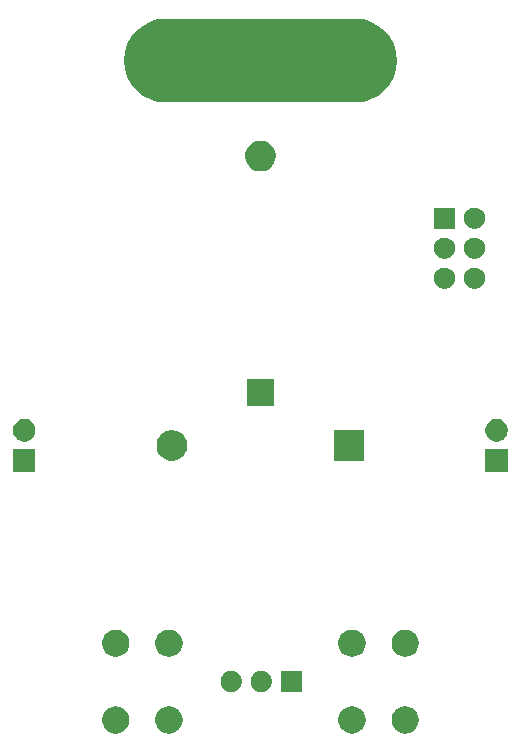
<source format=gbr>
G04 #@! TF.GenerationSoftware,KiCad,Pcbnew,(5.1.6)-1*
G04 #@! TF.CreationDate,2020-10-13T14:36:49-04:00*
G04 #@! TF.ProjectId,Ornament,4f726e61-6d65-46e7-942e-6b696361645f,rev?*
G04 #@! TF.SameCoordinates,Original*
G04 #@! TF.FileFunction,Soldermask,Bot*
G04 #@! TF.FilePolarity,Negative*
%FSLAX46Y46*%
G04 Gerber Fmt 4.6, Leading zero omitted, Abs format (unit mm)*
G04 Created by KiCad (PCBNEW (5.1.6)-1) date 2020-10-13 14:36:49*
%MOMM*%
%LPD*%
G01*
G04 APERTURE LIST*
%ADD10C,0.100000*%
G04 APERTURE END LIST*
D10*
G36*
X92474549Y-122121116D02*
G01*
X92585734Y-122143232D01*
X92795203Y-122229997D01*
X92983720Y-122355960D01*
X93144040Y-122516280D01*
X93270003Y-122704797D01*
X93356768Y-122914266D01*
X93401000Y-123136636D01*
X93401000Y-123363364D01*
X93356768Y-123585734D01*
X93270003Y-123795203D01*
X93144040Y-123983720D01*
X92983720Y-124144040D01*
X92795203Y-124270003D01*
X92585734Y-124356768D01*
X92474549Y-124378884D01*
X92363365Y-124401000D01*
X92136635Y-124401000D01*
X92025451Y-124378884D01*
X91914266Y-124356768D01*
X91704797Y-124270003D01*
X91516280Y-124144040D01*
X91355960Y-123983720D01*
X91229997Y-123795203D01*
X91143232Y-123585734D01*
X91099000Y-123363364D01*
X91099000Y-123136636D01*
X91143232Y-122914266D01*
X91229997Y-122704797D01*
X91355960Y-122516280D01*
X91516280Y-122355960D01*
X91704797Y-122229997D01*
X91914266Y-122143232D01*
X92025451Y-122121116D01*
X92136635Y-122099000D01*
X92363365Y-122099000D01*
X92474549Y-122121116D01*
G37*
G36*
X87974549Y-122121116D02*
G01*
X88085734Y-122143232D01*
X88295203Y-122229997D01*
X88483720Y-122355960D01*
X88644040Y-122516280D01*
X88770003Y-122704797D01*
X88856768Y-122914266D01*
X88901000Y-123136636D01*
X88901000Y-123363364D01*
X88856768Y-123585734D01*
X88770003Y-123795203D01*
X88644040Y-123983720D01*
X88483720Y-124144040D01*
X88295203Y-124270003D01*
X88085734Y-124356768D01*
X87974549Y-124378884D01*
X87863365Y-124401000D01*
X87636635Y-124401000D01*
X87525451Y-124378884D01*
X87414266Y-124356768D01*
X87204797Y-124270003D01*
X87016280Y-124144040D01*
X86855960Y-123983720D01*
X86729997Y-123795203D01*
X86643232Y-123585734D01*
X86599000Y-123363364D01*
X86599000Y-123136636D01*
X86643232Y-122914266D01*
X86729997Y-122704797D01*
X86855960Y-122516280D01*
X87016280Y-122355960D01*
X87204797Y-122229997D01*
X87414266Y-122143232D01*
X87525451Y-122121116D01*
X87636635Y-122099000D01*
X87863365Y-122099000D01*
X87974549Y-122121116D01*
G37*
G36*
X112474549Y-122121116D02*
G01*
X112585734Y-122143232D01*
X112795203Y-122229997D01*
X112983720Y-122355960D01*
X113144040Y-122516280D01*
X113270003Y-122704797D01*
X113356768Y-122914266D01*
X113401000Y-123136636D01*
X113401000Y-123363364D01*
X113356768Y-123585734D01*
X113270003Y-123795203D01*
X113144040Y-123983720D01*
X112983720Y-124144040D01*
X112795203Y-124270003D01*
X112585734Y-124356768D01*
X112474549Y-124378884D01*
X112363365Y-124401000D01*
X112136635Y-124401000D01*
X112025451Y-124378884D01*
X111914266Y-124356768D01*
X111704797Y-124270003D01*
X111516280Y-124144040D01*
X111355960Y-123983720D01*
X111229997Y-123795203D01*
X111143232Y-123585734D01*
X111099000Y-123363364D01*
X111099000Y-123136636D01*
X111143232Y-122914266D01*
X111229997Y-122704797D01*
X111355960Y-122516280D01*
X111516280Y-122355960D01*
X111704797Y-122229997D01*
X111914266Y-122143232D01*
X112025451Y-122121116D01*
X112136635Y-122099000D01*
X112363365Y-122099000D01*
X112474549Y-122121116D01*
G37*
G36*
X107974549Y-122121116D02*
G01*
X108085734Y-122143232D01*
X108295203Y-122229997D01*
X108483720Y-122355960D01*
X108644040Y-122516280D01*
X108770003Y-122704797D01*
X108856768Y-122914266D01*
X108901000Y-123136636D01*
X108901000Y-123363364D01*
X108856768Y-123585734D01*
X108770003Y-123795203D01*
X108644040Y-123983720D01*
X108483720Y-124144040D01*
X108295203Y-124270003D01*
X108085734Y-124356768D01*
X107974549Y-124378884D01*
X107863365Y-124401000D01*
X107636635Y-124401000D01*
X107525451Y-124378884D01*
X107414266Y-124356768D01*
X107204797Y-124270003D01*
X107016280Y-124144040D01*
X106855960Y-123983720D01*
X106729997Y-123795203D01*
X106643232Y-123585734D01*
X106599000Y-123363364D01*
X106599000Y-123136636D01*
X106643232Y-122914266D01*
X106729997Y-122704797D01*
X106855960Y-122516280D01*
X107016280Y-122355960D01*
X107204797Y-122229997D01*
X107414266Y-122143232D01*
X107525451Y-122121116D01*
X107636635Y-122099000D01*
X107863365Y-122099000D01*
X107974549Y-122121116D01*
G37*
G36*
X97633512Y-119103927D02*
G01*
X97782812Y-119133624D01*
X97946784Y-119201544D01*
X98094354Y-119300147D01*
X98219853Y-119425646D01*
X98318456Y-119573216D01*
X98386376Y-119737188D01*
X98421000Y-119911259D01*
X98421000Y-120088741D01*
X98386376Y-120262812D01*
X98318456Y-120426784D01*
X98219853Y-120574354D01*
X98094354Y-120699853D01*
X97946784Y-120798456D01*
X97782812Y-120866376D01*
X97633512Y-120896073D01*
X97608742Y-120901000D01*
X97431258Y-120901000D01*
X97406488Y-120896073D01*
X97257188Y-120866376D01*
X97093216Y-120798456D01*
X96945646Y-120699853D01*
X96820147Y-120574354D01*
X96721544Y-120426784D01*
X96653624Y-120262812D01*
X96619000Y-120088741D01*
X96619000Y-119911259D01*
X96653624Y-119737188D01*
X96721544Y-119573216D01*
X96820147Y-119425646D01*
X96945646Y-119300147D01*
X97093216Y-119201544D01*
X97257188Y-119133624D01*
X97406488Y-119103927D01*
X97431258Y-119099000D01*
X97608742Y-119099000D01*
X97633512Y-119103927D01*
G37*
G36*
X100173512Y-119103927D02*
G01*
X100322812Y-119133624D01*
X100486784Y-119201544D01*
X100634354Y-119300147D01*
X100759853Y-119425646D01*
X100858456Y-119573216D01*
X100926376Y-119737188D01*
X100961000Y-119911259D01*
X100961000Y-120088741D01*
X100926376Y-120262812D01*
X100858456Y-120426784D01*
X100759853Y-120574354D01*
X100634354Y-120699853D01*
X100486784Y-120798456D01*
X100322812Y-120866376D01*
X100173512Y-120896073D01*
X100148742Y-120901000D01*
X99971258Y-120901000D01*
X99946488Y-120896073D01*
X99797188Y-120866376D01*
X99633216Y-120798456D01*
X99485646Y-120699853D01*
X99360147Y-120574354D01*
X99261544Y-120426784D01*
X99193624Y-120262812D01*
X99159000Y-120088741D01*
X99159000Y-119911259D01*
X99193624Y-119737188D01*
X99261544Y-119573216D01*
X99360147Y-119425646D01*
X99485646Y-119300147D01*
X99633216Y-119201544D01*
X99797188Y-119133624D01*
X99946488Y-119103927D01*
X99971258Y-119099000D01*
X100148742Y-119099000D01*
X100173512Y-119103927D01*
G37*
G36*
X103501000Y-120901000D02*
G01*
X101699000Y-120901000D01*
X101699000Y-119099000D01*
X103501000Y-119099000D01*
X103501000Y-120901000D01*
G37*
G36*
X112474549Y-115621116D02*
G01*
X112585734Y-115643232D01*
X112795203Y-115729997D01*
X112983720Y-115855960D01*
X113144040Y-116016280D01*
X113270003Y-116204797D01*
X113356768Y-116414266D01*
X113401000Y-116636636D01*
X113401000Y-116863364D01*
X113356768Y-117085734D01*
X113270003Y-117295203D01*
X113144040Y-117483720D01*
X112983720Y-117644040D01*
X112795203Y-117770003D01*
X112585734Y-117856768D01*
X112474549Y-117878884D01*
X112363365Y-117901000D01*
X112136635Y-117901000D01*
X112025451Y-117878884D01*
X111914266Y-117856768D01*
X111704797Y-117770003D01*
X111516280Y-117644040D01*
X111355960Y-117483720D01*
X111229997Y-117295203D01*
X111143232Y-117085734D01*
X111099000Y-116863364D01*
X111099000Y-116636636D01*
X111143232Y-116414266D01*
X111229997Y-116204797D01*
X111355960Y-116016280D01*
X111516280Y-115855960D01*
X111704797Y-115729997D01*
X111914266Y-115643232D01*
X112025451Y-115621116D01*
X112136635Y-115599000D01*
X112363365Y-115599000D01*
X112474549Y-115621116D01*
G37*
G36*
X107974549Y-115621116D02*
G01*
X108085734Y-115643232D01*
X108295203Y-115729997D01*
X108483720Y-115855960D01*
X108644040Y-116016280D01*
X108770003Y-116204797D01*
X108856768Y-116414266D01*
X108901000Y-116636636D01*
X108901000Y-116863364D01*
X108856768Y-117085734D01*
X108770003Y-117295203D01*
X108644040Y-117483720D01*
X108483720Y-117644040D01*
X108295203Y-117770003D01*
X108085734Y-117856768D01*
X107974549Y-117878884D01*
X107863365Y-117901000D01*
X107636635Y-117901000D01*
X107525451Y-117878884D01*
X107414266Y-117856768D01*
X107204797Y-117770003D01*
X107016280Y-117644040D01*
X106855960Y-117483720D01*
X106729997Y-117295203D01*
X106643232Y-117085734D01*
X106599000Y-116863364D01*
X106599000Y-116636636D01*
X106643232Y-116414266D01*
X106729997Y-116204797D01*
X106855960Y-116016280D01*
X107016280Y-115855960D01*
X107204797Y-115729997D01*
X107414266Y-115643232D01*
X107525451Y-115621116D01*
X107636635Y-115599000D01*
X107863365Y-115599000D01*
X107974549Y-115621116D01*
G37*
G36*
X92474549Y-115621116D02*
G01*
X92585734Y-115643232D01*
X92795203Y-115729997D01*
X92983720Y-115855960D01*
X93144040Y-116016280D01*
X93270003Y-116204797D01*
X93356768Y-116414266D01*
X93401000Y-116636636D01*
X93401000Y-116863364D01*
X93356768Y-117085734D01*
X93270003Y-117295203D01*
X93144040Y-117483720D01*
X92983720Y-117644040D01*
X92795203Y-117770003D01*
X92585734Y-117856768D01*
X92474549Y-117878884D01*
X92363365Y-117901000D01*
X92136635Y-117901000D01*
X92025451Y-117878884D01*
X91914266Y-117856768D01*
X91704797Y-117770003D01*
X91516280Y-117644040D01*
X91355960Y-117483720D01*
X91229997Y-117295203D01*
X91143232Y-117085734D01*
X91099000Y-116863364D01*
X91099000Y-116636636D01*
X91143232Y-116414266D01*
X91229997Y-116204797D01*
X91355960Y-116016280D01*
X91516280Y-115855960D01*
X91704797Y-115729997D01*
X91914266Y-115643232D01*
X92025451Y-115621116D01*
X92136635Y-115599000D01*
X92363365Y-115599000D01*
X92474549Y-115621116D01*
G37*
G36*
X87974549Y-115621116D02*
G01*
X88085734Y-115643232D01*
X88295203Y-115729997D01*
X88483720Y-115855960D01*
X88644040Y-116016280D01*
X88770003Y-116204797D01*
X88856768Y-116414266D01*
X88901000Y-116636636D01*
X88901000Y-116863364D01*
X88856768Y-117085734D01*
X88770003Y-117295203D01*
X88644040Y-117483720D01*
X88483720Y-117644040D01*
X88295203Y-117770003D01*
X88085734Y-117856768D01*
X87974549Y-117878884D01*
X87863365Y-117901000D01*
X87636635Y-117901000D01*
X87525451Y-117878884D01*
X87414266Y-117856768D01*
X87204797Y-117770003D01*
X87016280Y-117644040D01*
X86855960Y-117483720D01*
X86729997Y-117295203D01*
X86643232Y-117085734D01*
X86599000Y-116863364D01*
X86599000Y-116636636D01*
X86643232Y-116414266D01*
X86729997Y-116204797D01*
X86855960Y-116016280D01*
X87016280Y-115855960D01*
X87204797Y-115729997D01*
X87414266Y-115643232D01*
X87525451Y-115621116D01*
X87636635Y-115599000D01*
X87863365Y-115599000D01*
X87974549Y-115621116D01*
G37*
G36*
X80951000Y-102221000D02*
G01*
X79049000Y-102221000D01*
X79049000Y-100319000D01*
X80951000Y-100319000D01*
X80951000Y-102221000D01*
G37*
G36*
X120951000Y-102221000D02*
G01*
X119049000Y-102221000D01*
X119049000Y-100319000D01*
X120951000Y-100319000D01*
X120951000Y-102221000D01*
G37*
G36*
X92879487Y-98748996D02*
G01*
X93059753Y-98823665D01*
X93116255Y-98847069D01*
X93329339Y-98989447D01*
X93510553Y-99170661D01*
X93621181Y-99336227D01*
X93652932Y-99383747D01*
X93751004Y-99620513D01*
X93801000Y-99871861D01*
X93801000Y-100128139D01*
X93751004Y-100379487D01*
X93652932Y-100616253D01*
X93652931Y-100616255D01*
X93510553Y-100829339D01*
X93329339Y-101010553D01*
X93116255Y-101152931D01*
X93116254Y-101152932D01*
X93116253Y-101152932D01*
X92879487Y-101251004D01*
X92628139Y-101301000D01*
X92371861Y-101301000D01*
X92120513Y-101251004D01*
X91883747Y-101152932D01*
X91883746Y-101152932D01*
X91883745Y-101152931D01*
X91670661Y-101010553D01*
X91489447Y-100829339D01*
X91347069Y-100616255D01*
X91347068Y-100616253D01*
X91248996Y-100379487D01*
X91199000Y-100128139D01*
X91199000Y-99871861D01*
X91248996Y-99620513D01*
X91347068Y-99383747D01*
X91378820Y-99336227D01*
X91489447Y-99170661D01*
X91670661Y-98989447D01*
X91883745Y-98847069D01*
X91940247Y-98823665D01*
X92120513Y-98748996D01*
X92371861Y-98699000D01*
X92628139Y-98699000D01*
X92879487Y-98748996D01*
G37*
G36*
X108801000Y-101301000D02*
G01*
X106199000Y-101301000D01*
X106199000Y-98699000D01*
X108801000Y-98699000D01*
X108801000Y-101301000D01*
G37*
G36*
X120277395Y-97815546D02*
G01*
X120450466Y-97887234D01*
X120450467Y-97887235D01*
X120606227Y-97991310D01*
X120738690Y-98123773D01*
X120738691Y-98123775D01*
X120842766Y-98279534D01*
X120914454Y-98452605D01*
X120951000Y-98636333D01*
X120951000Y-98823667D01*
X120914454Y-99007395D01*
X120842766Y-99180466D01*
X120842765Y-99180467D01*
X120738690Y-99336227D01*
X120606227Y-99468690D01*
X120527818Y-99521081D01*
X120450466Y-99572766D01*
X120277395Y-99644454D01*
X120093667Y-99681000D01*
X119906333Y-99681000D01*
X119722605Y-99644454D01*
X119549534Y-99572766D01*
X119472182Y-99521081D01*
X119393773Y-99468690D01*
X119261310Y-99336227D01*
X119157235Y-99180467D01*
X119157234Y-99180466D01*
X119085546Y-99007395D01*
X119049000Y-98823667D01*
X119049000Y-98636333D01*
X119085546Y-98452605D01*
X119157234Y-98279534D01*
X119261309Y-98123775D01*
X119261310Y-98123773D01*
X119393773Y-97991310D01*
X119549533Y-97887235D01*
X119549534Y-97887234D01*
X119722605Y-97815546D01*
X119906333Y-97779000D01*
X120093667Y-97779000D01*
X120277395Y-97815546D01*
G37*
G36*
X80277395Y-97815546D02*
G01*
X80450466Y-97887234D01*
X80450467Y-97887235D01*
X80606227Y-97991310D01*
X80738690Y-98123773D01*
X80738691Y-98123775D01*
X80842766Y-98279534D01*
X80914454Y-98452605D01*
X80951000Y-98636333D01*
X80951000Y-98823667D01*
X80914454Y-99007395D01*
X80842766Y-99180466D01*
X80842765Y-99180467D01*
X80738690Y-99336227D01*
X80606227Y-99468690D01*
X80527818Y-99521081D01*
X80450466Y-99572766D01*
X80277395Y-99644454D01*
X80093667Y-99681000D01*
X79906333Y-99681000D01*
X79722605Y-99644454D01*
X79549534Y-99572766D01*
X79472182Y-99521081D01*
X79393773Y-99468690D01*
X79261310Y-99336227D01*
X79157235Y-99180467D01*
X79157234Y-99180466D01*
X79085546Y-99007395D01*
X79049000Y-98823667D01*
X79049000Y-98636333D01*
X79085546Y-98452605D01*
X79157234Y-98279534D01*
X79261309Y-98123775D01*
X79261310Y-98123773D01*
X79393773Y-97991310D01*
X79549533Y-97887235D01*
X79549534Y-97887234D01*
X79722605Y-97815546D01*
X79906333Y-97779000D01*
X80093667Y-97779000D01*
X80277395Y-97815546D01*
G37*
G36*
X101136000Y-96640000D02*
G01*
X98864000Y-96640000D01*
X98864000Y-94368000D01*
X101136000Y-94368000D01*
X101136000Y-96640000D01*
G37*
G36*
X118228512Y-84955927D02*
G01*
X118377812Y-84985624D01*
X118541784Y-85053544D01*
X118689354Y-85152147D01*
X118814853Y-85277646D01*
X118913456Y-85425216D01*
X118981376Y-85589188D01*
X119016000Y-85763259D01*
X119016000Y-85940741D01*
X118981376Y-86114812D01*
X118913456Y-86278784D01*
X118814853Y-86426354D01*
X118689354Y-86551853D01*
X118541784Y-86650456D01*
X118377812Y-86718376D01*
X118228512Y-86748073D01*
X118203742Y-86753000D01*
X118026258Y-86753000D01*
X118001488Y-86748073D01*
X117852188Y-86718376D01*
X117688216Y-86650456D01*
X117540646Y-86551853D01*
X117415147Y-86426354D01*
X117316544Y-86278784D01*
X117248624Y-86114812D01*
X117214000Y-85940741D01*
X117214000Y-85763259D01*
X117248624Y-85589188D01*
X117316544Y-85425216D01*
X117415147Y-85277646D01*
X117540646Y-85152147D01*
X117688216Y-85053544D01*
X117852188Y-84985624D01*
X118001488Y-84955927D01*
X118026258Y-84951000D01*
X118203742Y-84951000D01*
X118228512Y-84955927D01*
G37*
G36*
X115688512Y-84955927D02*
G01*
X115837812Y-84985624D01*
X116001784Y-85053544D01*
X116149354Y-85152147D01*
X116274853Y-85277646D01*
X116373456Y-85425216D01*
X116441376Y-85589188D01*
X116476000Y-85763259D01*
X116476000Y-85940741D01*
X116441376Y-86114812D01*
X116373456Y-86278784D01*
X116274853Y-86426354D01*
X116149354Y-86551853D01*
X116001784Y-86650456D01*
X115837812Y-86718376D01*
X115688512Y-86748073D01*
X115663742Y-86753000D01*
X115486258Y-86753000D01*
X115461488Y-86748073D01*
X115312188Y-86718376D01*
X115148216Y-86650456D01*
X115000646Y-86551853D01*
X114875147Y-86426354D01*
X114776544Y-86278784D01*
X114708624Y-86114812D01*
X114674000Y-85940741D01*
X114674000Y-85763259D01*
X114708624Y-85589188D01*
X114776544Y-85425216D01*
X114875147Y-85277646D01*
X115000646Y-85152147D01*
X115148216Y-85053544D01*
X115312188Y-84985624D01*
X115461488Y-84955927D01*
X115486258Y-84951000D01*
X115663742Y-84951000D01*
X115688512Y-84955927D01*
G37*
G36*
X118228512Y-82415927D02*
G01*
X118377812Y-82445624D01*
X118541784Y-82513544D01*
X118689354Y-82612147D01*
X118814853Y-82737646D01*
X118913456Y-82885216D01*
X118981376Y-83049188D01*
X119016000Y-83223259D01*
X119016000Y-83400741D01*
X118981376Y-83574812D01*
X118913456Y-83738784D01*
X118814853Y-83886354D01*
X118689354Y-84011853D01*
X118541784Y-84110456D01*
X118377812Y-84178376D01*
X118228512Y-84208073D01*
X118203742Y-84213000D01*
X118026258Y-84213000D01*
X118001488Y-84208073D01*
X117852188Y-84178376D01*
X117688216Y-84110456D01*
X117540646Y-84011853D01*
X117415147Y-83886354D01*
X117316544Y-83738784D01*
X117248624Y-83574812D01*
X117214000Y-83400741D01*
X117214000Y-83223259D01*
X117248624Y-83049188D01*
X117316544Y-82885216D01*
X117415147Y-82737646D01*
X117540646Y-82612147D01*
X117688216Y-82513544D01*
X117852188Y-82445624D01*
X118001488Y-82415927D01*
X118026258Y-82411000D01*
X118203742Y-82411000D01*
X118228512Y-82415927D01*
G37*
G36*
X115688512Y-82415927D02*
G01*
X115837812Y-82445624D01*
X116001784Y-82513544D01*
X116149354Y-82612147D01*
X116274853Y-82737646D01*
X116373456Y-82885216D01*
X116441376Y-83049188D01*
X116476000Y-83223259D01*
X116476000Y-83400741D01*
X116441376Y-83574812D01*
X116373456Y-83738784D01*
X116274853Y-83886354D01*
X116149354Y-84011853D01*
X116001784Y-84110456D01*
X115837812Y-84178376D01*
X115688512Y-84208073D01*
X115663742Y-84213000D01*
X115486258Y-84213000D01*
X115461488Y-84208073D01*
X115312188Y-84178376D01*
X115148216Y-84110456D01*
X115000646Y-84011853D01*
X114875147Y-83886354D01*
X114776544Y-83738784D01*
X114708624Y-83574812D01*
X114674000Y-83400741D01*
X114674000Y-83223259D01*
X114708624Y-83049188D01*
X114776544Y-82885216D01*
X114875147Y-82737646D01*
X115000646Y-82612147D01*
X115148216Y-82513544D01*
X115312188Y-82445624D01*
X115461488Y-82415927D01*
X115486258Y-82411000D01*
X115663742Y-82411000D01*
X115688512Y-82415927D01*
G37*
G36*
X116476000Y-81673000D02*
G01*
X114674000Y-81673000D01*
X114674000Y-79871000D01*
X116476000Y-79871000D01*
X116476000Y-81673000D01*
G37*
G36*
X118228512Y-79875927D02*
G01*
X118377812Y-79905624D01*
X118541784Y-79973544D01*
X118689354Y-80072147D01*
X118814853Y-80197646D01*
X118913456Y-80345216D01*
X118981376Y-80509188D01*
X119016000Y-80683259D01*
X119016000Y-80860741D01*
X118981376Y-81034812D01*
X118913456Y-81198784D01*
X118814853Y-81346354D01*
X118689354Y-81471853D01*
X118541784Y-81570456D01*
X118377812Y-81638376D01*
X118228512Y-81668073D01*
X118203742Y-81673000D01*
X118026258Y-81673000D01*
X118001488Y-81668073D01*
X117852188Y-81638376D01*
X117688216Y-81570456D01*
X117540646Y-81471853D01*
X117415147Y-81346354D01*
X117316544Y-81198784D01*
X117248624Y-81034812D01*
X117214000Y-80860741D01*
X117214000Y-80683259D01*
X117248624Y-80509188D01*
X117316544Y-80345216D01*
X117415147Y-80197646D01*
X117540646Y-80072147D01*
X117688216Y-79973544D01*
X117852188Y-79905624D01*
X118001488Y-79875927D01*
X118026258Y-79871000D01*
X118203742Y-79871000D01*
X118228512Y-79875927D01*
G37*
G36*
X100379487Y-74252996D02*
G01*
X100616253Y-74351068D01*
X100616255Y-74351069D01*
X100829339Y-74493447D01*
X101010553Y-74674661D01*
X101152932Y-74887747D01*
X101251004Y-75124513D01*
X101301000Y-75375861D01*
X101301000Y-75632139D01*
X101251004Y-75883487D01*
X101152932Y-76120253D01*
X101152931Y-76120255D01*
X101010553Y-76333339D01*
X100829339Y-76514553D01*
X100616255Y-76656931D01*
X100616254Y-76656932D01*
X100616253Y-76656932D01*
X100379487Y-76755004D01*
X100128139Y-76805000D01*
X99871861Y-76805000D01*
X99620513Y-76755004D01*
X99383747Y-76656932D01*
X99383746Y-76656932D01*
X99383745Y-76656931D01*
X99170661Y-76514553D01*
X98989447Y-76333339D01*
X98847069Y-76120255D01*
X98847068Y-76120253D01*
X98748996Y-75883487D01*
X98699000Y-75632139D01*
X98699000Y-75375861D01*
X98748996Y-75124513D01*
X98847068Y-74887747D01*
X98989447Y-74674661D01*
X99170661Y-74493447D01*
X99383745Y-74351069D01*
X99383747Y-74351068D01*
X99620513Y-74252996D01*
X99871861Y-74203000D01*
X100128139Y-74203000D01*
X100379487Y-74252996D01*
G37*
G36*
X108696116Y-63925380D02*
G01*
X109030801Y-64026906D01*
X109365484Y-64128431D01*
X109365486Y-64128432D01*
X109982375Y-64458165D01*
X110523085Y-64901915D01*
X110966835Y-65442625D01*
X111296568Y-66059514D01*
X111499620Y-66728884D01*
X111568181Y-67425000D01*
X111499620Y-68121116D01*
X111296568Y-68790486D01*
X110966835Y-69407375D01*
X110523085Y-69948085D01*
X109982375Y-70391835D01*
X109365486Y-70721568D01*
X109365484Y-70721569D01*
X109030801Y-70823094D01*
X108696116Y-70924620D01*
X108174444Y-70976000D01*
X91825556Y-70976000D01*
X91303884Y-70924620D01*
X90969199Y-70823094D01*
X90634516Y-70721569D01*
X90634514Y-70721568D01*
X90017625Y-70391835D01*
X89476915Y-69948085D01*
X89033165Y-69407375D01*
X88703432Y-68790486D01*
X88500380Y-68121116D01*
X88431819Y-67425000D01*
X88500380Y-66728884D01*
X88703432Y-66059514D01*
X89033165Y-65442625D01*
X89476915Y-64901915D01*
X90017625Y-64458165D01*
X90634514Y-64128432D01*
X90634516Y-64128431D01*
X90969199Y-64026906D01*
X91303884Y-63925380D01*
X91825556Y-63874000D01*
X108174444Y-63874000D01*
X108696116Y-63925380D01*
G37*
M02*

</source>
